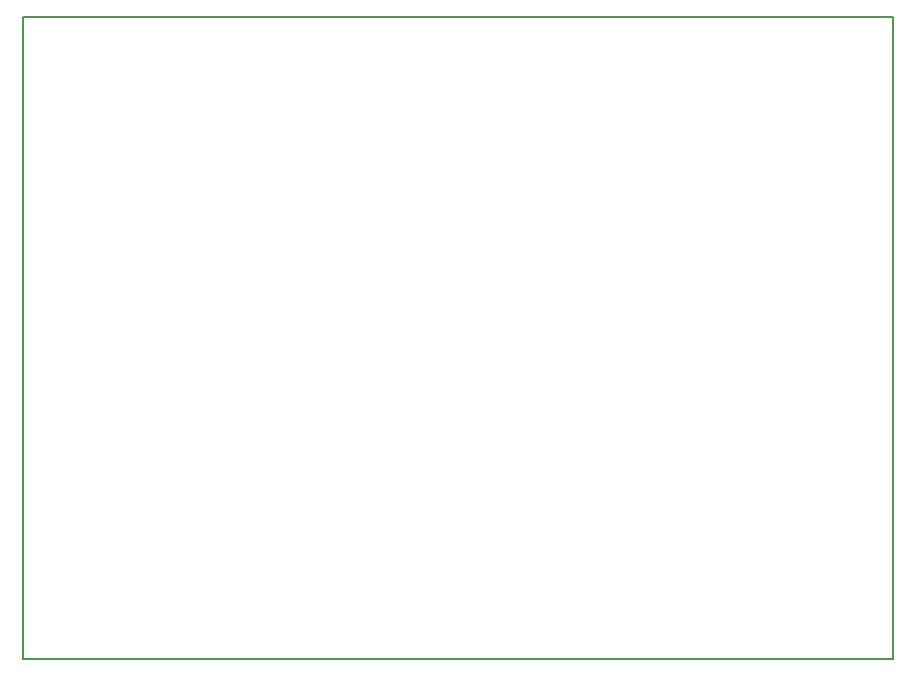
<source format=gbr>
%TF.GenerationSoftware,KiCad,Pcbnew,9.0.2+dfsg-1*%
%TF.CreationDate,2025-08-27T01:07:13+05:30*%
%TF.ProjectId,scopetester_v1,73636f70-6574-4657-9374-65725f76312e,rev?*%
%TF.SameCoordinates,Original*%
%TF.FileFunction,Profile,NP*%
%FSLAX46Y46*%
G04 Gerber Fmt 4.6, Leading zero omitted, Abs format (unit mm)*
G04 Created by KiCad (PCBNEW 9.0.2+dfsg-1) date 2025-08-27 01:07:13*
%MOMM*%
%LPD*%
G01*
G04 APERTURE LIST*
%TA.AperFunction,Profile*%
%ADD10C,0.200000*%
%TD*%
G04 APERTURE END LIST*
D10*
X86106000Y-59436000D02*
X159766000Y-59436000D01*
X159766000Y-113792000D01*
X86106000Y-113792000D01*
X86106000Y-59436000D01*
M02*

</source>
